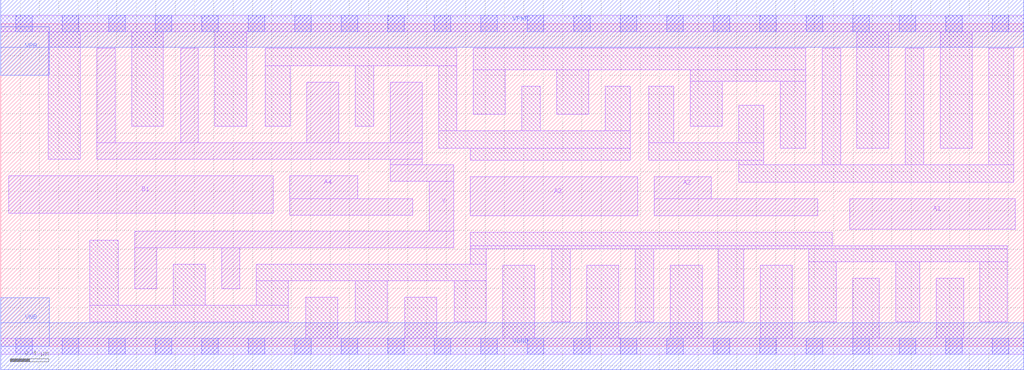
<source format=lef>
# Copyright 2020 The SkyWater PDK Authors
#
# Licensed under the Apache License, Version 2.0 (the "License");
# you may not use this file except in compliance with the License.
# You may obtain a copy of the License at
#
#     https://www.apache.org/licenses/LICENSE-2.0
#
# Unless required by applicable law or agreed to in writing, software
# distributed under the License is distributed on an "AS IS" BASIS,
# WITHOUT WARRANTIES OR CONDITIONS OF ANY KIND, either express or implied.
# See the License for the specific language governing permissions and
# limitations under the License.
#
# SPDX-License-Identifier: Apache-2.0

VERSION 5.5 ;
NAMESCASESENSITIVE ON ;
BUSBITCHARS "[]" ;
DIVIDERCHAR "/" ;
MACRO sky130_fd_sc_lp__o41ai_4
  CLASS CORE ;
  SOURCE USER ;
  ORIGIN  0.000000  0.000000 ;
  SIZE  10.56000 BY  3.330000 ;
  SYMMETRY X Y R90 ;
  SITE unit ;
  PIN A1
    ANTENNAGATEAREA  1.260000 ;
    DIRECTION INPUT ;
    USE SIGNAL ;
    PORT
      LAYER li1 ;
        RECT 8.765000 1.210000 10.475000 1.525000 ;
    END
  END A1
  PIN A2
    ANTENNAGATEAREA  1.260000 ;
    DIRECTION INPUT ;
    USE SIGNAL ;
    PORT
      LAYER li1 ;
        RECT 6.745000 1.345000 8.435000 1.525000 ;
        RECT 6.745000 1.525000 7.335000 1.750000 ;
    END
  END A2
  PIN A3
    ANTENNAGATEAREA  1.260000 ;
    DIRECTION INPUT ;
    USE SIGNAL ;
    PORT
      LAYER li1 ;
        RECT 4.845000 1.345000 6.575000 1.750000 ;
    END
  END A3
  PIN A4
    ANTENNAGATEAREA  1.260000 ;
    DIRECTION INPUT ;
    USE SIGNAL ;
    PORT
      LAYER li1 ;
        RECT 2.985000 1.355000 4.255000 1.525000 ;
        RECT 2.985000 1.525000 3.685000 1.760000 ;
    END
  END A4
  PIN B1
    ANTENNAGATEAREA  1.260000 ;
    DIRECTION INPUT ;
    USE SIGNAL ;
    PORT
      LAYER li1 ;
        RECT 0.085000 1.375000 2.815000 1.760000 ;
    END
  END B1
  PIN Y
    ANTENNADIFFAREA  1.881600 ;
    DIRECTION OUTPUT ;
    USE SIGNAL ;
    PORT
      LAYER li1 ;
        RECT 0.990000 1.930000 4.350000 2.100000 ;
        RECT 0.990000 2.100000 1.180000 3.075000 ;
        RECT 1.385000 0.595000 1.610000 1.015000 ;
        RECT 1.385000 1.015000 4.675000 1.185000 ;
        RECT 1.860000 2.100000 2.040000 3.075000 ;
        RECT 2.280000 0.595000 2.470000 1.015000 ;
        RECT 3.160000 2.100000 3.490000 2.725000 ;
        RECT 4.020000 1.705000 4.675000 1.875000 ;
        RECT 4.020000 1.875000 4.350000 1.930000 ;
        RECT 4.020000 2.100000 4.350000 2.725000 ;
        RECT 4.425000 1.185000 4.675000 1.705000 ;
    END
  END Y
  PIN VGND
    DIRECTION INOUT ;
    USE GROUND ;
    PORT
      LAYER met1 ;
        RECT 0.000000 -0.245000 10.560000 0.245000 ;
    END
  END VGND
  PIN VNB
    DIRECTION INOUT ;
    USE GROUND ;
    PORT
      LAYER met1 ;
        RECT 0.000000 0.000000 0.500000 0.500000 ;
    END
  END VNB
  PIN VPB
    DIRECTION INOUT ;
    USE POWER ;
    PORT
      LAYER met1 ;
        RECT 0.000000 2.800000 0.500000 3.300000 ;
    END
  END VPB
  PIN VPWR
    DIRECTION INOUT ;
    USE POWER ;
    PORT
      LAYER met1 ;
        RECT 0.000000 3.085000 10.560000 3.575000 ;
    END
  END VPWR
  OBS
    LAYER li1 ;
      RECT  0.000000 -0.085000 10.560000 0.085000 ;
      RECT  0.000000  3.245000 10.560000 3.415000 ;
      RECT  0.490000  1.930000  0.820000 3.245000 ;
      RECT  0.920000  0.255000  2.970000 0.425000 ;
      RECT  0.920000  0.425000  1.215000 1.095000 ;
      RECT  1.350000  2.270000  1.680000 3.245000 ;
      RECT  1.780000  0.425000  2.110000 0.845000 ;
      RECT  2.210000  2.270000  2.540000 3.245000 ;
      RECT  2.640000  0.425000  2.970000 0.675000 ;
      RECT  2.640000  0.675000  5.015000 0.845000 ;
      RECT  2.730000  2.270000  2.990000 2.895000 ;
      RECT  2.730000  2.895000  4.710000 3.075000 ;
      RECT  3.150000  0.085000  3.480000 0.505000 ;
      RECT  3.660000  0.255000  3.990000 0.675000 ;
      RECT  3.660000  2.270000  3.850000 2.895000 ;
      RECT  4.170000  0.085000  4.500000 0.505000 ;
      RECT  4.520000  2.045000  6.500000 2.225000 ;
      RECT  4.520000  2.225000  4.710000 2.895000 ;
      RECT  4.680000  0.255000  5.015000 0.675000 ;
      RECT  4.845000  0.845000  5.015000 1.005000 ;
      RECT  4.845000  1.005000 10.390000 1.040000 ;
      RECT  4.845000  1.040000  8.585000 1.175000 ;
      RECT  4.845000  1.920000  6.500000 2.045000 ;
      RECT  4.880000  2.395000  5.210000 2.855000 ;
      RECT  4.880000  2.855000  8.310000 3.075000 ;
      RECT  5.185000  0.085000  5.515000 0.835000 ;
      RECT  5.380000  2.225000  5.570000 2.685000 ;
      RECT  5.690000  0.255000  5.880000 1.005000 ;
      RECT  5.740000  2.395000  6.070000 2.855000 ;
      RECT  6.050000  0.085000  6.380000 0.835000 ;
      RECT  6.240000  2.225000  6.500000 2.685000 ;
      RECT  6.550000  0.255000  6.740000 1.005000 ;
      RECT  6.690000  1.920000  7.880000 2.100000 ;
      RECT  6.690000  2.100000  6.950000 2.685000 ;
      RECT  6.910000  0.085000  7.240000 0.835000 ;
      RECT  7.120000  2.270000  7.450000 2.735000 ;
      RECT  7.120000  2.735000  8.310000 2.855000 ;
      RECT  7.410000  0.255000  7.670000 1.005000 ;
      RECT  7.620000  1.695000 10.460000 1.875000 ;
      RECT  7.620000  1.875000  7.880000 1.920000 ;
      RECT  7.620000  2.100000  7.880000 2.490000 ;
      RECT  7.840000  0.085000  8.170000 0.835000 ;
      RECT  8.050000  2.045000  8.310000 2.735000 ;
      RECT  8.340000  0.255000  8.625000 0.870000 ;
      RECT  8.340000  0.870000 10.390000 1.005000 ;
      RECT  8.480000  1.875000  8.670000 3.075000 ;
      RECT  8.795000  0.085000  9.070000 0.700000 ;
      RECT  8.840000  2.045000  9.170000 3.245000 ;
      RECT  9.240000  0.255000  9.490000 0.870000 ;
      RECT  9.340000  1.875000  9.530000 3.075000 ;
      RECT  9.660000  0.085000  9.940000 0.700000 ;
      RECT  9.700000  2.045000 10.030000 3.245000 ;
      RECT 10.110000  0.255000 10.390000 0.870000 ;
      RECT 10.200000  1.875000 10.460000 3.075000 ;
    LAYER mcon ;
      RECT  0.155000 -0.085000  0.325000 0.085000 ;
      RECT  0.155000  3.245000  0.325000 3.415000 ;
      RECT  0.635000 -0.085000  0.805000 0.085000 ;
      RECT  0.635000  3.245000  0.805000 3.415000 ;
      RECT  1.115000 -0.085000  1.285000 0.085000 ;
      RECT  1.115000  3.245000  1.285000 3.415000 ;
      RECT  1.595000 -0.085000  1.765000 0.085000 ;
      RECT  1.595000  3.245000  1.765000 3.415000 ;
      RECT  2.075000 -0.085000  2.245000 0.085000 ;
      RECT  2.075000  3.245000  2.245000 3.415000 ;
      RECT  2.555000 -0.085000  2.725000 0.085000 ;
      RECT  2.555000  3.245000  2.725000 3.415000 ;
      RECT  3.035000 -0.085000  3.205000 0.085000 ;
      RECT  3.035000  3.245000  3.205000 3.415000 ;
      RECT  3.515000 -0.085000  3.685000 0.085000 ;
      RECT  3.515000  3.245000  3.685000 3.415000 ;
      RECT  3.995000 -0.085000  4.165000 0.085000 ;
      RECT  3.995000  3.245000  4.165000 3.415000 ;
      RECT  4.475000 -0.085000  4.645000 0.085000 ;
      RECT  4.475000  3.245000  4.645000 3.415000 ;
      RECT  4.955000 -0.085000  5.125000 0.085000 ;
      RECT  4.955000  3.245000  5.125000 3.415000 ;
      RECT  5.435000 -0.085000  5.605000 0.085000 ;
      RECT  5.435000  3.245000  5.605000 3.415000 ;
      RECT  5.915000 -0.085000  6.085000 0.085000 ;
      RECT  5.915000  3.245000  6.085000 3.415000 ;
      RECT  6.395000 -0.085000  6.565000 0.085000 ;
      RECT  6.395000  3.245000  6.565000 3.415000 ;
      RECT  6.875000 -0.085000  7.045000 0.085000 ;
      RECT  6.875000  3.245000  7.045000 3.415000 ;
      RECT  7.355000 -0.085000  7.525000 0.085000 ;
      RECT  7.355000  3.245000  7.525000 3.415000 ;
      RECT  7.835000 -0.085000  8.005000 0.085000 ;
      RECT  7.835000  3.245000  8.005000 3.415000 ;
      RECT  8.315000 -0.085000  8.485000 0.085000 ;
      RECT  8.315000  3.245000  8.485000 3.415000 ;
      RECT  8.795000 -0.085000  8.965000 0.085000 ;
      RECT  8.795000  3.245000  8.965000 3.415000 ;
      RECT  9.275000 -0.085000  9.445000 0.085000 ;
      RECT  9.275000  3.245000  9.445000 3.415000 ;
      RECT  9.755000 -0.085000  9.925000 0.085000 ;
      RECT  9.755000  3.245000  9.925000 3.415000 ;
      RECT 10.235000 -0.085000 10.405000 0.085000 ;
      RECT 10.235000  3.245000 10.405000 3.415000 ;
  END
END sky130_fd_sc_lp__o41ai_4

</source>
